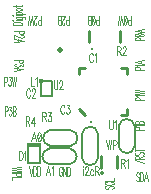
<source format=gto>
G04 DipTrace 2.4.0.2*
%INdigipot.gto*%
%MOMM*%
%ADD10C,0.25*%
%ADD15C,0.152*%
%ADD29O,0.48X0.511*%
%ADD30O,0.377X0.312*%
%ADD32O,0.33X0.322*%
%ADD43O,0.4X0.425*%
%ADD68C,0.118*%
%ADD71C,0.083*%
%FSLAX53Y53*%
G04*
G71*
G90*
G75*
G01*
%LNTopSilk*%
%LPD*%
X15186Y14675D2*
D15*
G02X15186Y16025I80J675D01*
G01*
X16889D2*
G02X16889Y14675I-80J-675D01*
G01*
X16927Y16025D2*
X15149D1*
X16927Y14675D2*
X15149D1*
X16820Y14463D2*
G02X16820Y13113I-80J-675D01*
G01*
X15117D2*
G02X15117Y14463I80J675D01*
G01*
X15080Y13113D2*
X16858D1*
X15080Y14463D2*
X16858D1*
X14315Y14664D2*
X13315D1*
Y13264D1*
X14315D1*
Y14664D1*
G36*
X14390Y14964D2*
X13240D1*
Y14614D1*
X14390D1*
Y14964D1*
G37*
X19231Y13637D2*
D15*
G02X17881Y13637I-675J80D01*
G01*
Y15712D2*
G02X19231Y15712I675J-80D01*
G01*
X17881Y15674D2*
Y13675D1*
X19231Y15674D2*
Y13675D1*
D29*
X15989Y22818D3*
X19472Y12821D2*
D10*
Y13821D1*
X20872Y12821D2*
Y13821D1*
D30*
X19551Y12351D3*
X18490Y23480D2*
D10*
Y24380D1*
X21090Y23480D2*
Y24380D1*
D32*
X18721Y22919D3*
X18145Y17306D2*
D10*
X17646Y17807D1*
X21646Y17306D2*
Y17807D1*
Y17306D2*
X21145D1*
X21646Y20807D2*
Y21307D1*
X21145D1*
X17646D2*
X18146D1*
X17646D2*
Y20807D1*
X18641Y16721D3*
X14425Y20180D2*
D15*
X15325D1*
Y18880D1*
X14425D1*
Y20180D1*
D43*
Y20193D3*
X20980Y16363D2*
D15*
G02X22330Y16363I675J-80D01*
G01*
Y14660D2*
G02X20980Y14660I-675J80D01*
G01*
X22330Y14623D2*
Y16401D1*
X20980Y14623D2*
Y16401D1*
X13939Y15085D2*
D68*
X13764Y15850D1*
X13589Y15085D1*
X13655Y15340D2*
X13873D1*
X14212Y15849D2*
X14146Y15813D1*
X14102Y15704D1*
X14080Y15522D1*
Y15412D1*
X14102Y15230D1*
X14146Y15121D1*
X14212Y15085D1*
X14255D1*
X14321Y15121D1*
X14364Y15230D1*
X14387Y15412D1*
Y15522D1*
X14364Y15704D1*
X14321Y15813D1*
X14255Y15849D1*
X14212D1*
X14364Y15704D2*
X14102Y15230D1*
X15150Y12230D2*
X14975Y12996D1*
X14800Y12230D1*
X14866Y12485D2*
X15084D1*
X15291Y12849D2*
X15335Y12886D1*
X15401Y12995D1*
Y12230D1*
X18791Y22347D2*
X18769Y22420D1*
X18725Y22493D1*
X18682Y22529D1*
X18594D1*
X18550Y22493D1*
X18507Y22420D1*
X18485Y22347D1*
X18463Y22238D1*
Y22055D1*
X18485Y21946D1*
X18507Y21873D1*
X18550Y21801D1*
X18594Y21763D1*
X18682D1*
X18725Y21801D1*
X18769Y21873D1*
X18791Y21946D1*
X18932Y22383D2*
X18976Y22420D1*
X19042Y22528D1*
Y21763D1*
X13457Y19362D2*
X13435Y19434D1*
X13391Y19507D1*
X13347Y19544D1*
X13260D1*
X13216Y19507D1*
X13173Y19434D1*
X13150Y19362D1*
X13129Y19252D1*
Y19069D1*
X13150Y18961D1*
X13173Y18887D1*
X13216Y18815D1*
X13260Y18778D1*
X13347D1*
X13391Y18815D1*
X13435Y18887D1*
X13457Y18961D1*
X13620Y19361D2*
Y19397D1*
X13642Y19470D1*
X13663Y19507D1*
X13707Y19543D1*
X13795D1*
X13838Y19507D1*
X13860Y19470D1*
X13882Y19397D1*
Y19325D1*
X13860Y19251D1*
X13817Y19143D1*
X13598Y18778D1*
X13904D1*
X16375Y17976D2*
X16354Y18048D1*
X16310Y18121D1*
X16266Y18158D1*
X16179D1*
X16135Y18121D1*
X16091Y18048D1*
X16069Y17976D1*
X16047Y17866D1*
Y17683D1*
X16069Y17575D1*
X16091Y17502D1*
X16135Y17429D1*
X16179Y17392D1*
X16266D1*
X16310Y17429D1*
X16354Y17502D1*
X16375Y17575D1*
X16561Y18157D2*
X16801D1*
X16670Y17865D1*
X16735D1*
X16779Y17829D1*
X16801Y17793D1*
X16823Y17683D1*
Y17611D1*
X16801Y17502D1*
X16757Y17428D1*
X16691Y17392D1*
X16626D1*
X16561Y17428D1*
X16539Y17465D1*
X16517Y17538D1*
X12526Y14250D2*
Y13485D1*
X12679D1*
X12745Y13522D1*
X12789Y13594D1*
X12810Y13667D1*
X12832Y13776D1*
Y13959D1*
X12810Y14068D1*
X12789Y14141D1*
X12745Y14214D1*
X12679Y14250D1*
X12526D1*
X12973Y14104D2*
X13017Y14141D1*
X13083Y14249D1*
Y13485D1*
X17929Y12945D2*
X17951Y12909D1*
X17973Y12945D1*
X17951Y12982D1*
X17929Y12945D1*
X17951Y12690D2*
Y12180D1*
X18136Y12763D2*
Y12799D1*
X18158Y12872D1*
X18180Y12908D1*
X18224Y12945D1*
X18311D1*
X18355Y12908D1*
X18376Y12872D1*
X18399Y12799D1*
Y12726D1*
X18376Y12653D1*
X18333Y12544D1*
X18114Y12180D1*
X18420D1*
X18824Y12581D2*
X18780Y12654D1*
X18736Y12690D1*
X18671D1*
X18627Y12654D1*
X18584Y12581D1*
X18562Y12471D1*
Y12399D1*
X18584Y12289D1*
X18627Y12217D1*
X18671Y12180D1*
X18736D1*
X18780Y12217D1*
X18824Y12289D1*
X18966Y12581D2*
X19162D1*
X19228Y12618D1*
X19250Y12654D1*
X19272Y12726D1*
Y12800D1*
X19250Y12872D1*
X19228Y12909D1*
X19162Y12945D1*
X18966D1*
Y12180D1*
X19119Y12581D2*
X19272Y12180D1*
X13516Y20520D2*
Y19754D1*
X13778D1*
X13919Y20373D2*
X13963Y20410D1*
X14029Y20519D1*
Y19754D1*
X21173Y13226D2*
X21370D1*
X21436Y13263D1*
X21458Y13299D1*
X21479Y13372D1*
Y13445D1*
X21458Y13517D1*
X21436Y13555D1*
X21370Y13591D1*
X21173D1*
Y12825D1*
X21326Y13226D2*
X21479Y12825D1*
X21621Y13444D2*
X21665Y13481D1*
X21730Y13590D1*
Y12825D1*
X20831Y22757D2*
X21027D1*
X21093Y22794D1*
X21115Y22830D1*
X21137Y22903D1*
Y22976D1*
X21115Y23049D1*
X21093Y23086D1*
X21027Y23122D1*
X20831D1*
Y22356D1*
X20984Y22757D2*
X21137Y22356D1*
X21301Y22939D2*
Y22975D1*
X21322Y23049D1*
X21344Y23085D1*
X21388Y23121D1*
X21475D1*
X21519Y23085D1*
X21541Y23049D1*
X21563Y22975D1*
Y22903D1*
X21541Y22830D1*
X21497Y22721D1*
X21278Y22356D1*
X21585D1*
X14515Y17171D2*
X14711D1*
X14777Y17208D1*
X14799Y17244D1*
X14821Y17317D1*
Y17390D1*
X14799Y17462D1*
X14777Y17500D1*
X14711Y17536D1*
X14515D1*
Y16770D1*
X14668Y17171D2*
X14821Y16770D1*
X15006Y17535D2*
X15246D1*
X15115Y17243D1*
X15181D1*
X15225Y17207D1*
X15246Y17171D1*
X15269Y17062D1*
Y16989D1*
X15246Y16880D1*
X15203Y16806D1*
X15137Y16770D1*
X15071D1*
X15006Y16806D1*
X14985Y16843D1*
X14962Y16916D1*
X13105Y16806D2*
X13302D1*
X13367Y16843D1*
X13390Y16879D1*
X13411Y16951D1*
Y17025D1*
X13390Y17097D1*
X13367Y17134D1*
X13302Y17170D1*
X13105D1*
Y16405D1*
X13258Y16806D2*
X13411Y16405D1*
X13771D2*
Y17169D1*
X13552Y16660D1*
X13880D1*
X20172Y16846D2*
Y16300D1*
X20193Y16190D1*
X20237Y16118D1*
X20303Y16081D1*
X20346D1*
X20412Y16118D1*
X20456Y16190D1*
X20478Y16300D1*
Y16846D1*
X20619Y16700D2*
X20663Y16737D1*
X20729Y16845D1*
Y16081D1*
X15479Y20228D2*
Y19682D1*
X15501Y19572D1*
X15545Y19500D1*
X15611Y19463D1*
X15654D1*
X15720Y19500D1*
X15764Y19572D1*
X15785Y19682D1*
Y20228D1*
X15949Y20046D2*
Y20082D1*
X15971Y20155D1*
X15992Y20191D1*
X16036Y20227D1*
X16124D1*
X16167Y20191D1*
X16189Y20155D1*
X16211Y20082D1*
Y20009D1*
X16189Y19936D1*
X16145Y19827D1*
X15927Y19463D1*
X16233D1*
X19926Y15168D2*
X20036Y14403D1*
X20145Y15168D1*
X20254Y14403D1*
X20364Y15168D1*
X20505Y14767D2*
X20702D1*
X20767Y14804D1*
X20789Y14841D1*
X20811Y14913D1*
Y15023D1*
X20789Y15095D1*
X20767Y15132D1*
X20702Y15168D1*
X20505D1*
Y14403D1*
X11997Y24944D2*
D71*
X12763D1*
Y25071D1*
X12726Y25126D1*
X12653Y25163D1*
X12580Y25181D1*
X12471Y25199D1*
X12288D1*
X12179Y25181D1*
X12106Y25163D1*
X12033Y25126D1*
X11997Y25071D1*
Y24944D1*
Y25282D2*
X12033Y25301D1*
X11997Y25319D1*
X11960Y25301D1*
X11997Y25282D1*
X12252Y25301D2*
X12763D1*
X12288Y25621D2*
X12872D1*
X12981Y25603D1*
X13018Y25585D1*
X13054Y25548D1*
Y25493D1*
X13018Y25457D1*
X12398Y25621D2*
X12325Y25585D1*
X12288Y25548D1*
Y25493D1*
X12325Y25457D1*
X12398Y25421D1*
X12507Y25402D1*
X12581D1*
X12689Y25421D1*
X12763Y25457D1*
X12799Y25493D1*
Y25548D1*
X12763Y25585D1*
X12689Y25621D1*
X11997Y25704D2*
X12033Y25722D1*
X11997Y25741D1*
X11960Y25722D1*
X11997Y25704D1*
X12252Y25722D2*
X12763D1*
X12252Y25824D2*
X13018D1*
X12362D2*
X12289Y25861D1*
X12252Y25897D1*
Y25952D1*
X12289Y25989D1*
X12362Y26025D1*
X12471Y26043D1*
X12544D1*
X12653Y26025D1*
X12726Y25989D1*
X12763Y25952D1*
Y25897D1*
X12726Y25861D1*
X12653Y25824D1*
X12252Y26218D2*
X12288Y26181D1*
X12362Y26145D1*
X12471Y26127D1*
X12544D1*
X12653Y26145D1*
X12726Y26181D1*
X12763Y26218D1*
Y26272D1*
X12726Y26309D1*
X12653Y26345D1*
X12544Y26364D1*
X12471D1*
X12362Y26345D1*
X12288Y26309D1*
X12252Y26272D1*
Y26218D1*
X11997Y26502D2*
X12617D1*
X12726Y26520D1*
X12763Y26557D1*
Y26593D1*
X12252Y26447D2*
Y26575D1*
X22732Y16007D2*
Y16171D1*
X22696Y16226D1*
X22659Y16244D1*
X22586Y16262D1*
X22477D1*
X22404Y16244D1*
X22367Y16226D1*
X22331Y16171D1*
Y16007D1*
X23097D1*
X22478Y16346D2*
X22441Y16382D1*
X22332Y16437D1*
X23097D1*
X22331Y16520D2*
X23097D1*
Y16684D1*
X23060Y16739D1*
X23024Y16757D1*
X22951Y16775D1*
X22842D1*
X22768Y16757D1*
X22732Y16739D1*
X22696Y16685D1*
X22659Y16739D1*
X22623Y16757D1*
X22550Y16775D1*
X22477D1*
X22404Y16757D1*
X22367Y16739D1*
X22331Y16685D1*
Y16520D1*
X22696D2*
Y16685D1*
X23109Y13222D2*
X22345Y13477D1*
X22708Y13561D2*
Y13725D1*
X22671Y13779D1*
X22635Y13798D1*
X22563Y13816D1*
X22489D1*
X22417Y13798D1*
X22380Y13779D1*
X22344Y13725D1*
Y13561D1*
X23109D1*
X22708Y13688D2*
X23109Y13816D1*
X22453Y14155D2*
X22380Y14118D1*
X22344Y14064D1*
Y13991D1*
X22380Y13936D1*
X22453Y13899D1*
X22526D1*
X22599Y13918D1*
X22635Y13936D1*
X22671Y13972D1*
X22745Y14082D1*
X22781Y14118D1*
X22818Y14136D1*
X22890Y14155D1*
X23000D1*
X23072Y14118D1*
X23109Y14064D1*
Y13991D1*
X23072Y13936D1*
X23000Y13899D1*
X22344Y14366D2*
X23109D1*
X22344Y14238D2*
Y14493D1*
X22745Y18525D2*
Y18690D1*
X22708Y18744D1*
X22671Y18762D1*
X22599Y18781D1*
X22489D1*
X22417Y18762D1*
X22380Y18744D1*
X22344Y18690D1*
Y18525D1*
X23109D1*
X22490Y18864D2*
X22453Y18901D1*
X22345Y18955D1*
X23109D1*
X22344Y19039D2*
X23109Y19130D1*
X22344Y19221D1*
X23109Y19312D1*
X22344Y19403D1*
X22745Y21136D2*
Y21301D1*
X22708Y21355D1*
X22671Y21374D1*
X22599Y21392D1*
X22489D1*
X22417Y21374D1*
X22380Y21355D1*
X22344Y21301D1*
Y21136D1*
X23109D1*
X22490Y21475D2*
X22453Y21512D1*
X22345Y21566D1*
X23109D1*
Y21942D2*
X22344Y21795D1*
X23109Y21650D1*
X22854Y21704D2*
Y21887D1*
X22745Y23619D2*
Y23783D1*
X22708Y23838D1*
X22671Y23856D1*
X22599Y23874D1*
X22489D1*
X22417Y23856D1*
X22380Y23838D1*
X22344Y23783D1*
Y23619D1*
X23109D1*
X22345Y24067D2*
X22381Y24012D1*
X22490Y23976D1*
X22672Y23958D1*
X22782D1*
X22964Y23976D1*
X23073Y24012D1*
X23109Y24067D1*
Y24103D1*
X23073Y24158D1*
X22964Y24194D1*
X22782Y24213D1*
X22672D1*
X22490Y24194D1*
X22381Y24158D1*
X22345Y24103D1*
Y24067D1*
X22490Y24194D2*
X22964Y23976D1*
X23109Y24588D2*
X22344Y24442D1*
X23109Y24296D1*
X22854Y24351D2*
Y24533D1*
X22708Y12339D2*
X22672Y12412D1*
X22618Y12448D1*
X22545D1*
X22490Y12412D1*
X22453Y12339D1*
Y12266D1*
X22472Y12193D1*
X22490Y12157D1*
X22526Y12121D1*
X22636Y12047D1*
X22672Y12011D1*
X22690Y11974D1*
X22708Y11902D1*
Y11792D1*
X22672Y11720D1*
X22618Y11683D1*
X22545D1*
X22490Y11720D1*
X22453Y11792D1*
X22792Y12448D2*
Y11683D1*
X22919D1*
X22974Y11720D1*
X23011Y11792D1*
X23029Y11865D1*
X23047Y11974D1*
Y12157D1*
X23029Y12266D1*
X23011Y12339D1*
X22974Y12412D1*
X22919Y12448D1*
X22792D1*
X23422Y11683D2*
X23276Y12448D1*
X23130Y11683D1*
X23185Y11938D2*
X23367D1*
X19884Y11296D2*
X19810Y11260D1*
X19774Y11205D1*
Y11132D1*
X19810Y11077D1*
X19884Y11041D1*
X19956D1*
X20029Y11059D1*
X20066Y11077D1*
X20102Y11114D1*
X20175Y11223D1*
X20211Y11260D1*
X20248Y11278D1*
X20321Y11296D1*
X20430D1*
X20503Y11260D1*
X20540Y11205D1*
Y11132D1*
X20503Y11077D1*
X20430Y11041D1*
X19956Y11653D2*
X19884Y11634D1*
X19810Y11598D1*
X19774Y11562D1*
Y11489D1*
X19810Y11452D1*
X19884Y11416D1*
X19956Y11397D1*
X20066Y11379D1*
X20248D1*
X20357Y11397D1*
X20430Y11416D1*
X20503Y11452D1*
X20540Y11489D1*
Y11562D1*
X20503Y11598D1*
X20430Y11634D1*
X20357Y11653D1*
X19774Y11736D2*
X20540D1*
Y11954D1*
X16200Y12722D2*
X16182Y12795D1*
X16145Y12868D1*
X16109Y12904D1*
X16036D1*
X16000Y12868D1*
X15963Y12795D1*
X15945Y12722D1*
X15927Y12613D1*
Y12430D1*
X15945Y12321D1*
X15963Y12248D1*
X16000Y12176D1*
X16036Y12138D1*
X16109D1*
X16145Y12176D1*
X16182Y12248D1*
X16200Y12321D1*
Y12430D1*
X16109D1*
X16539Y12904D2*
Y12138D1*
X16283Y12904D1*
Y12138D1*
X16622Y12904D2*
Y12138D1*
X16750D1*
X16804Y12176D1*
X16841Y12248D1*
X16859Y12321D1*
X16877Y12430D1*
Y12613D1*
X16859Y12722D1*
X16841Y12795D1*
X16804Y12868D1*
X16750Y12904D1*
X16622D1*
X13387Y12938D2*
X13533Y12173D1*
X13678Y12938D1*
X13762D2*
Y12173D1*
X13889D1*
X13944Y12210D1*
X13981Y12282D1*
X13999Y12355D1*
X14017Y12464D1*
Y12647D1*
X13999Y12756D1*
X13981Y12829D1*
X13944Y12902D1*
X13889Y12938D1*
X13762D1*
X14100D2*
Y12173D1*
X14228D1*
X14283Y12210D1*
X14319Y12282D1*
X14337Y12355D1*
X14355Y12464D1*
Y12647D1*
X14337Y12756D1*
X14319Y12829D1*
X14283Y12902D1*
X14228Y12938D1*
X14100D1*
X12710Y12882D2*
X11945Y12791D1*
X12710Y12700D1*
X11945Y12609D1*
X12710Y12517D1*
Y12434D2*
X11945D1*
X12309Y12351D2*
Y12187D1*
X12346Y12132D1*
X12383Y12114D1*
X12455Y12096D1*
X12565D1*
X12637Y12114D1*
X12674Y12132D1*
X12710Y12187D1*
Y12351D1*
X11945D1*
X12710Y12012D2*
X11945D1*
Y11794D1*
X11315Y17616D2*
X11479D1*
X11533Y17652D1*
X11552Y17689D1*
X11570Y17762D1*
Y17871D1*
X11552Y17944D1*
X11533Y17981D1*
X11479Y18017D1*
X11315D1*
Y17251D1*
X11690Y18016D2*
X11890D1*
X11781Y17725D1*
X11836D1*
X11872Y17688D1*
X11890Y17652D1*
X11909Y17543D1*
Y17470D1*
X11890Y17361D1*
X11854Y17287D1*
X11799Y17251D1*
X11744D1*
X11690Y17287D1*
X11672Y17325D1*
X11653Y17397D1*
X11992Y18017D2*
Y17251D1*
X12156D1*
X12211Y17288D1*
X12229Y17325D1*
X12247Y17397D1*
Y17506D1*
X12229Y17580D1*
X12211Y17616D1*
X12156Y17652D1*
X12211Y17689D1*
X12229Y17725D1*
X12247Y17798D1*
Y17871D1*
X12229Y17944D1*
X12211Y17981D1*
X12156Y18017D1*
X11992D1*
Y17652D2*
X12156D1*
X11274Y20127D2*
X11438D1*
X11493Y20163D1*
X11511Y20200D1*
X11529Y20273D1*
Y20382D1*
X11511Y20455D1*
X11493Y20492D1*
X11438Y20528D1*
X11274D1*
Y19762D1*
X11649Y20527D2*
X11849D1*
X11740Y20236D1*
X11795D1*
X11831Y20199D1*
X11849Y20163D1*
X11868Y20054D1*
Y19981D1*
X11849Y19872D1*
X11813Y19799D1*
X11758Y19762D1*
X11703D1*
X11649Y19799D1*
X11631Y19836D1*
X11612Y19908D1*
X11951Y20528D2*
X12042Y19762D1*
X12133Y20528D1*
X12224Y19762D1*
X12316Y20528D1*
X12502Y21993D2*
Y21829D1*
X12539Y21774D1*
X12576Y21756D1*
X12648Y21738D1*
X12758D1*
X12830Y21756D1*
X12867Y21774D1*
X12903Y21829D1*
Y21993D1*
X12138D1*
X12902Y21618D2*
Y21418D1*
X12611Y21527D1*
Y21472D1*
X12575Y21436D1*
X12539Y21418D1*
X12429Y21399D1*
X12357D1*
X12247Y21418D1*
X12174Y21454D1*
X12138Y21509D1*
Y21563D1*
X12174Y21618D1*
X12211Y21636D1*
X12283Y21654D1*
X12138Y21024D2*
X12903Y21170D1*
X12138Y21316D1*
X12393Y21261D2*
Y21079D1*
X12518Y24422D2*
Y24257D1*
X12554Y24203D1*
X12591Y24184D1*
X12664Y24166D1*
X12773D1*
X12846Y24184D1*
X12883Y24203D1*
X12919Y24257D1*
Y24422D1*
X12153D1*
X12736Y24064D2*
X12772D1*
X12846Y24046D1*
X12882Y24028D1*
X12918Y23992D1*
Y23919D1*
X12882Y23883D1*
X12846Y23864D1*
X12772Y23846D1*
X12700D1*
X12627Y23864D1*
X12518Y23901D1*
X12153Y24083D1*
Y23828D1*
Y23453D2*
X12919Y23599D1*
X12153Y23744D1*
X12408Y23690D2*
Y23507D1*
X14363Y25330D2*
X14199D1*
X14144Y25293D1*
X14126Y25256D1*
X14108Y25184D1*
Y25074D1*
X14126Y25002D1*
X14144Y24965D1*
X14199Y24929D1*
X14363D1*
Y25694D1*
X14006Y25111D2*
Y25075D1*
X13988Y25002D1*
X13970Y24966D1*
X13933Y24929D1*
X13860D1*
X13824Y24966D1*
X13806Y25002D1*
X13787Y25075D1*
Y25148D1*
X13806Y25221D1*
X13842Y25330D1*
X14025Y25694D1*
X13769D1*
X13686Y24929D2*
X13595Y25694D1*
X13504Y24929D1*
X13413Y25694D1*
X13321Y24929D1*
X16743Y25335D2*
X16578D1*
X16524Y25299D1*
X16505Y25262D1*
X16487Y25189D1*
Y25080D1*
X16505Y25007D1*
X16524Y24970D1*
X16578Y24934D1*
X16743D1*
Y25700D1*
X16385Y25117D2*
Y25080D1*
X16367Y25007D1*
X16349Y24971D1*
X16313Y24935D1*
X16240D1*
X16203Y24971D1*
X16185Y25007D1*
X16167Y25080D1*
Y25153D1*
X16185Y25226D1*
X16222Y25335D1*
X16404Y25700D1*
X16149D1*
X16065Y24934D2*
Y25700D1*
X15901D1*
X15846Y25662D1*
X15828Y25626D1*
X15810Y25554D1*
Y25444D1*
X15828Y25371D1*
X15846Y25335D1*
X15901Y25299D1*
X15846Y25262D1*
X15828Y25225D1*
X15810Y25153D1*
Y25080D1*
X15828Y25007D1*
X15846Y24970D1*
X15901Y24934D1*
X16065D1*
Y25299D2*
X15901D1*
X19281Y25340D2*
X19117D1*
X19062Y25304D1*
X19044Y25267D1*
X19026Y25194D1*
Y25085D1*
X19044Y25012D1*
X19062Y24975D1*
X19117Y24939D1*
X19281D1*
Y25705D1*
X18833Y24940D2*
X18888Y24976D1*
X18924Y25086D1*
X18942Y25268D1*
Y25377D1*
X18924Y25559D1*
X18888Y25669D1*
X18833Y25705D1*
X18797D1*
X18742Y25669D1*
X18706Y25559D1*
X18687Y25377D1*
Y25268D1*
X18706Y25086D1*
X18742Y24976D1*
X18797Y24940D1*
X18833D1*
X18706Y25086D2*
X18924Y25559D1*
X18604Y24939D2*
Y25705D1*
X18440D1*
X18385Y25668D1*
X18367Y25632D1*
X18349Y25559D1*
Y25450D1*
X18367Y25376D1*
X18385Y25340D1*
X18440Y25304D1*
X18385Y25267D1*
X18367Y25231D1*
X18349Y25158D1*
Y25085D1*
X18367Y25012D1*
X18385Y24975D1*
X18440Y24939D1*
X18604D1*
Y25304D2*
X18440D1*
X21978Y25345D2*
X21814D1*
X21760Y25309D1*
X21741Y25272D1*
X21723Y25200D1*
Y25090D1*
X21741Y25018D1*
X21760Y24981D1*
X21814Y24945D1*
X21978Y24944D1*
Y25710D1*
X21530Y24945D2*
X21585Y24982D1*
X21622Y25091D1*
X21640Y25273D1*
Y25383D1*
X21622Y25564D1*
X21585Y25674D1*
X21530Y25710D1*
X21494D1*
X21439Y25674D1*
X21403Y25564D1*
X21385Y25383D1*
Y25273D1*
X21403Y25091D1*
X21439Y24982D1*
X21494Y24945D1*
X21530D1*
X21403Y25091D2*
X21622Y25564D1*
X21301Y24945D2*
X21210Y25710D1*
X21119Y24945D1*
X21028Y25710D1*
X20937Y24945D1*
M02*

</source>
